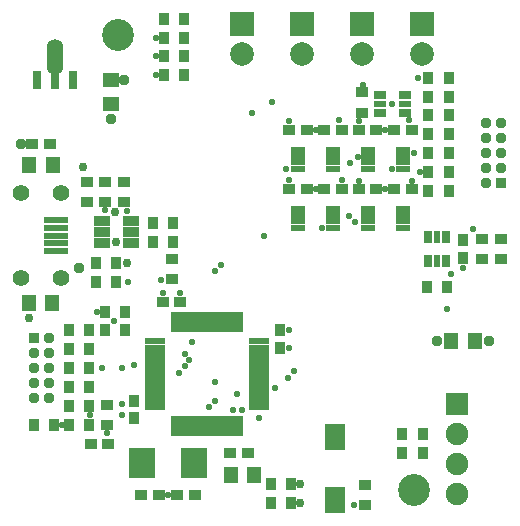
<source format=gbr>
%TF.GenerationSoftware,KiCad,Pcbnew,5.0.0-fee4fd1~65~ubuntu18.04.1*%
%TF.CreationDate,2018-07-28T20:32:54+02:00*%
%TF.ProjectId,blackBoxProbeBig,626C61636B426F7850726F6265426967,rev?*%
%TF.SameCoordinates,Original*%
%TF.FileFunction,Soldermask,Top*%
%TF.FilePolarity,Negative*%
%FSLAX46Y46*%
G04 Gerber Fmt 4.6, Leading zero omitted, Abs format (unit mm)*
G04 Created by KiCad (PCBNEW 5.0.0-fee4fd1~65~ubuntu18.04.1) date Sat Jul 28 20:32:54 2018*
%MOMM*%
%LPD*%
G01*
G04 APERTURE LIST*
%ADD10R,0.950000X1.000000*%
%ADD11R,2.300000X2.600000*%
%ADD12R,0.900000X1.100000*%
%ADD13R,0.600000X1.700000*%
%ADD14R,0.480000X1.700000*%
%ADD15R,1.700000X0.600000*%
%ADD16R,1.700000X0.480000*%
%ADD17C,2.700000*%
%ADD18R,1.200000X1.450000*%
%ADD19R,1.000000X0.950000*%
%ADD20R,1.450000X1.200000*%
%ADD21C,1.400000*%
%ADD22R,2.050000X0.600000*%
%ADD23R,1.900000X1.900000*%
%ADD24O,1.900000X1.900000*%
%ADD25R,1.100000X0.900000*%
%ADD26R,1.797660X2.198980*%
%ADD27R,1.200000X0.600000*%
%ADD28R,1.200000X0.500000*%
%ADD29R,0.680000X1.600000*%
%ADD30O,1.400000X3.050000*%
%ADD31R,2.000000X2.000000*%
%ADD32C,2.000000*%
%ADD33R,0.950000X0.950000*%
%ADD34C,0.950000*%
%ADD35R,1.100000X0.800000*%
%ADD36R,1.100000X0.600000*%
%ADD37R,0.800000X1.100000*%
%ADD38R,0.600000X1.100000*%
%ADD39R,1.400000X0.850000*%
%ADD40C,0.750000*%
%ADD41C,0.555600*%
%ADD42C,0.581000*%
G04 APERTURE END LIST*
D10*
%TO.C,C5*%
X37500000Y-178950000D03*
X37500000Y-180450000D03*
%TD*%
D11*
%TO.C,Y1*%
X25800000Y-190200000D03*
X30200000Y-190200000D03*
%TD*%
D12*
%TO.C,R30*%
X29350000Y-154200000D03*
X27650000Y-154200000D03*
%TD*%
D13*
%TO.C,U3*%
X28490000Y-187125000D03*
D14*
X29050000Y-187125000D03*
X29550000Y-187125000D03*
X30050000Y-187125000D03*
X30550000Y-187125000D03*
X31050000Y-187125000D03*
X31550000Y-187125000D03*
X32050000Y-187125000D03*
X32550000Y-187125000D03*
X33050000Y-187125000D03*
X33550000Y-187125000D03*
D13*
X34110000Y-187125000D03*
D15*
X35725000Y-185510000D03*
D16*
X35725000Y-184950000D03*
X35725000Y-184450000D03*
X35725000Y-183950000D03*
X35725000Y-183450000D03*
X35725000Y-182950000D03*
X35725000Y-182450000D03*
X35725000Y-181950000D03*
X35725000Y-181450000D03*
X35725000Y-180950000D03*
X35725000Y-180450000D03*
D15*
X35725000Y-179890000D03*
D13*
X34110000Y-178275000D03*
D14*
X33550000Y-178275000D03*
X33050000Y-178275000D03*
X32550000Y-178275000D03*
X32050000Y-178275000D03*
X31550000Y-178275000D03*
X31050000Y-178275000D03*
X30550000Y-178275000D03*
X30050000Y-178275000D03*
X29550000Y-178275000D03*
X29050000Y-178275000D03*
D13*
X28490000Y-178275000D03*
D15*
X26875000Y-179890000D03*
D16*
X26875000Y-180450000D03*
X26875000Y-180950000D03*
X26875000Y-181450000D03*
X26875000Y-181950000D03*
X26875000Y-182450000D03*
X26875000Y-182950000D03*
X26875000Y-183450000D03*
X26875000Y-183950000D03*
X26875000Y-184450000D03*
X26875000Y-184950000D03*
D15*
X26875000Y-185510000D03*
%TD*%
D17*
%TO.C,H1*%
X23800000Y-154000000D03*
%TD*%
%TO.C,H2*%
X48800000Y-192500000D03*
%TD*%
D18*
%TO.C,C1*%
X18250000Y-165000000D03*
X16250000Y-165000000D03*
%TD*%
%TO.C,C2*%
X16210000Y-176690000D03*
X18210000Y-176690000D03*
%TD*%
D19*
%TO.C,C3*%
X18000000Y-163200000D03*
X16500000Y-163200000D03*
%TD*%
D20*
%TO.C,C4*%
X23150000Y-157825000D03*
X23150000Y-159825000D03*
%TD*%
D19*
%TO.C,C6*%
X27550000Y-176600000D03*
X29050000Y-176600000D03*
%TD*%
D10*
%TO.C,C7*%
X25100000Y-186450000D03*
X25100000Y-184950000D03*
%TD*%
D19*
%TO.C,C8*%
X34750000Y-189400000D03*
X33250000Y-189400000D03*
%TD*%
D18*
%TO.C,C9*%
X35300000Y-191200000D03*
X33300000Y-191200000D03*
%TD*%
D10*
%TO.C,C11*%
X53000000Y-171350000D03*
X53000000Y-172850000D03*
%TD*%
D19*
%TO.C,C12*%
X25750000Y-192900000D03*
X27250000Y-192900000D03*
%TD*%
%TO.C,C13*%
X30250000Y-192900000D03*
X28750000Y-192900000D03*
%TD*%
D18*
%TO.C,C14*%
X54000000Y-179900000D03*
X52000000Y-179900000D03*
%TD*%
D19*
%TO.C,C15*%
X44150000Y-162000000D03*
X45650000Y-162000000D03*
%TD*%
%TO.C,C16*%
X48650000Y-162000000D03*
X47150000Y-162000000D03*
%TD*%
%TO.C,C17*%
X38250000Y-167000000D03*
X39750000Y-167000000D03*
%TD*%
%TO.C,C18*%
X48650000Y-167000000D03*
X47150000Y-167000000D03*
%TD*%
%TO.C,C19*%
X44150000Y-167000000D03*
X45650000Y-167000000D03*
%TD*%
%TO.C,C20*%
X42750000Y-167000000D03*
X41250000Y-167000000D03*
%TD*%
%TO.C,C21*%
X38250000Y-162000000D03*
X39750000Y-162000000D03*
%TD*%
%TO.C,C22*%
X42750000Y-162000000D03*
X41250000Y-162000000D03*
%TD*%
D21*
%TO.C,J1*%
X18975000Y-167395000D03*
X18975000Y-174545000D03*
X15525000Y-167395000D03*
D22*
X18550000Y-172270000D03*
X18550000Y-171620000D03*
X18550000Y-170970000D03*
X18550000Y-170320000D03*
X18550000Y-169670000D03*
D21*
X15525000Y-174545000D03*
%TD*%
D23*
%TO.C,J4*%
X52450000Y-185260000D03*
D24*
X52450000Y-187800000D03*
X52450000Y-190340000D03*
X52450000Y-192880000D03*
%TD*%
D25*
%TO.C,R1*%
X21100000Y-168150000D03*
X21100000Y-166450000D03*
%TD*%
D12*
%TO.C,R2*%
X23600000Y-173300000D03*
X21900000Y-173300000D03*
%TD*%
%TO.C,R3*%
X21900000Y-174900000D03*
X23600000Y-174900000D03*
%TD*%
%TO.C,R4*%
X36750000Y-192000000D03*
X38450000Y-192000000D03*
%TD*%
%TO.C,R5*%
X36750000Y-193600000D03*
X38450000Y-193600000D03*
%TD*%
D25*
%TO.C,R6*%
X44700000Y-193750000D03*
X44700000Y-192050000D03*
%TD*%
%TO.C,R7*%
X22700000Y-166450000D03*
X22700000Y-168150000D03*
%TD*%
D12*
%TO.C,R8*%
X19650000Y-180600000D03*
X21350000Y-180600000D03*
%TD*%
%TO.C,R9*%
X19650000Y-183800000D03*
X21350000Y-183800000D03*
%TD*%
D25*
%TO.C,R10*%
X56200000Y-171250000D03*
X56200000Y-172950000D03*
%TD*%
%TO.C,R11*%
X54600000Y-172950000D03*
X54600000Y-171250000D03*
%TD*%
%TO.C,R12*%
X24300000Y-166450000D03*
X24300000Y-168150000D03*
%TD*%
D12*
%TO.C,R13*%
X19650000Y-179000000D03*
X21350000Y-179000000D03*
%TD*%
%TO.C,R14*%
X19650000Y-182200000D03*
X21350000Y-182200000D03*
%TD*%
%TO.C,R15*%
X19650000Y-185400000D03*
X21350000Y-185400000D03*
%TD*%
D25*
%TO.C,R16*%
X28300000Y-174650000D03*
X28300000Y-172950000D03*
%TD*%
%TO.C,R17*%
X22800000Y-187050000D03*
X22800000Y-185350000D03*
%TD*%
D12*
%TO.C,R18*%
X19650000Y-187000000D03*
X21350000Y-187000000D03*
%TD*%
%TO.C,R19*%
X18350000Y-187000000D03*
X16650000Y-187000000D03*
%TD*%
%TO.C,R20*%
X51750000Y-159200000D03*
X50050000Y-159200000D03*
%TD*%
%TO.C,R21*%
X51750000Y-165600000D03*
X50050000Y-165600000D03*
%TD*%
%TO.C,R22*%
X51750000Y-162400000D03*
X50050000Y-162400000D03*
%TD*%
D25*
%TO.C,R23*%
X44400000Y-158850000D03*
X44400000Y-160550000D03*
%TD*%
D12*
%TO.C,R24*%
X51750000Y-167200000D03*
X50050000Y-167200000D03*
%TD*%
%TO.C,R25*%
X51750000Y-164000000D03*
X50050000Y-164000000D03*
%TD*%
%TO.C,R26*%
X51750000Y-160800000D03*
X50050000Y-160800000D03*
%TD*%
%TO.C,R28*%
X49950000Y-175300000D03*
X51650000Y-175300000D03*
%TD*%
%TO.C,R29*%
X29350000Y-152600000D03*
X27650000Y-152600000D03*
%TD*%
%TO.C,R31*%
X29350000Y-155800000D03*
X27650000Y-155800000D03*
%TD*%
%TO.C,R32*%
X29350000Y-157400000D03*
X27650000Y-157400000D03*
%TD*%
%TO.C,R33*%
X49550000Y-187800000D03*
X47850000Y-187800000D03*
%TD*%
%TO.C,R35*%
X49550000Y-189400000D03*
X47850000Y-189400000D03*
%TD*%
D26*
%TO.C,S1*%
X42100000Y-193397480D03*
X42100000Y-188002520D03*
%TD*%
D27*
%TO.C,U4*%
X39000000Y-168700000D03*
D28*
X39000000Y-169250000D03*
X39000000Y-169750000D03*
D27*
X39000000Y-170300000D03*
X42000000Y-170300000D03*
D28*
X42000000Y-169750000D03*
X42000000Y-169250000D03*
D27*
X42000000Y-168700000D03*
%TD*%
%TO.C,U5*%
X44900000Y-163700000D03*
D28*
X44900000Y-164250000D03*
X44900000Y-164750000D03*
D27*
X44900000Y-165300000D03*
X47900000Y-165300000D03*
D28*
X47900000Y-164750000D03*
X47900000Y-164250000D03*
D27*
X47900000Y-163700000D03*
%TD*%
%TO.C,U6*%
X44900000Y-168700000D03*
D28*
X44900000Y-169250000D03*
X44900000Y-169750000D03*
D27*
X44900000Y-170300000D03*
X47900000Y-170300000D03*
D28*
X47900000Y-169750000D03*
X47900000Y-169250000D03*
D27*
X47900000Y-168700000D03*
%TD*%
%TO.C,U7*%
X39000000Y-163700000D03*
D28*
X39000000Y-164250000D03*
X39000000Y-164750000D03*
D27*
X39000000Y-165300000D03*
X42000000Y-165300000D03*
D28*
X42000000Y-164750000D03*
X42000000Y-164250000D03*
D27*
X42000000Y-163700000D03*
%TD*%
D29*
%TO.C,U1*%
X16930000Y-157820000D03*
X18430000Y-157820000D03*
X19930000Y-157820000D03*
D30*
X18430000Y-155820000D03*
%TD*%
D31*
%TO.C,D1*%
X34290000Y-153035000D03*
D32*
X34290000Y-155575000D03*
%TD*%
D31*
%TO.C,D2*%
X39370000Y-153035000D03*
D32*
X39370000Y-155575000D03*
%TD*%
D31*
%TO.C,D3*%
X44450000Y-153035000D03*
D32*
X44450000Y-155575000D03*
%TD*%
D31*
%TO.C,D4*%
X49530000Y-153035000D03*
D32*
X49530000Y-155575000D03*
%TD*%
D12*
%TO.C,R27*%
X28450000Y-169900000D03*
X26750000Y-169900000D03*
%TD*%
%TO.C,R34*%
X28450000Y-171500000D03*
X26750000Y-171500000D03*
%TD*%
D33*
%TO.C,J2*%
X16665000Y-179660000D03*
D34*
X17935000Y-179660000D03*
X16665000Y-180930000D03*
X17935000Y-180930000D03*
X16665000Y-182200000D03*
X17935000Y-182200000D03*
X16665000Y-183470000D03*
X17935000Y-183470000D03*
X16665000Y-184740000D03*
X17935000Y-184740000D03*
%TD*%
D33*
%TO.C,J3*%
X56235000Y-166540000D03*
D34*
X54965000Y-166540000D03*
X56235000Y-165270000D03*
X54965000Y-165270000D03*
X56235000Y-164000000D03*
X54965000Y-164000000D03*
X56235000Y-162730000D03*
X54965000Y-162730000D03*
X56235000Y-161460000D03*
X54965000Y-161460000D03*
%TD*%
D19*
%TO.C,C10*%
X22950000Y-188600000D03*
X21450000Y-188600000D03*
%TD*%
D35*
%TO.C,Q1*%
X48050000Y-159050000D03*
D36*
X48050000Y-159800000D03*
D35*
X48050000Y-160550000D03*
X45950000Y-159050000D03*
D36*
X45950000Y-159800000D03*
D35*
X45950000Y-160550000D03*
%TD*%
D37*
%TO.C,Q2*%
X51550000Y-173150000D03*
D38*
X50800000Y-173150000D03*
D37*
X50050000Y-173150000D03*
X51550000Y-171050000D03*
D38*
X50800000Y-171050000D03*
D37*
X50050000Y-171050000D03*
%TD*%
D12*
%TO.C,R36*%
X51750000Y-157600000D03*
X50050000Y-157600000D03*
%TD*%
%TO.C,R37*%
X22650000Y-177400000D03*
X24350000Y-177400000D03*
%TD*%
%TO.C,R38*%
X24350000Y-179000000D03*
X22650000Y-179000000D03*
%TD*%
D39*
%TO.C,U2*%
X22450000Y-169700000D03*
X22450000Y-170650000D03*
X22450000Y-171600000D03*
X24850000Y-171600000D03*
X24850000Y-169700000D03*
X24850000Y-170650000D03*
%TD*%
D40*
X23500000Y-169000000D03*
X20800000Y-165200000D03*
X24500000Y-173300000D03*
D41*
X38250000Y-180450000D03*
X24600000Y-174900000D03*
D42*
X47000000Y-159800000D03*
D34*
X50800000Y-179900000D03*
D41*
X53800000Y-170400000D03*
X46400000Y-162000000D03*
X40500000Y-167000000D03*
X46400000Y-167000000D03*
X40500000Y-162000000D03*
X22800000Y-187700000D03*
X28000000Y-192900000D03*
X24500000Y-168900000D03*
D40*
X39200000Y-193600000D03*
D41*
X29050000Y-175850000D03*
D40*
X23600000Y-171500000D03*
D42*
X24100000Y-185200000D03*
D34*
X15550000Y-163200000D03*
X23150000Y-161100000D03*
D40*
X16210000Y-177935000D03*
D34*
X20500000Y-173750000D03*
D41*
X23400000Y-178200000D03*
X38000000Y-165300000D03*
X38250000Y-178950000D03*
X52000000Y-174200000D03*
X47000000Y-165300000D03*
X44500000Y-158200000D03*
D42*
X44150000Y-166350000D03*
D34*
X55200000Y-179900000D03*
D41*
X38250000Y-161250000D03*
X38250000Y-166250000D03*
X44150000Y-161250000D03*
X19000000Y-187000000D03*
D34*
X24300000Y-157800000D03*
D41*
X25100000Y-181900000D03*
X43750000Y-193750000D03*
D40*
X39200000Y-192000000D03*
D41*
X27550000Y-175850000D03*
D42*
X24100000Y-186200000D03*
D41*
X22000000Y-177400000D03*
X41000000Y-170300000D03*
X53000000Y-173700000D03*
X38200000Y-183000000D03*
D42*
X36800000Y-159700000D03*
D41*
X34300000Y-185700000D03*
D42*
X35100000Y-160600000D03*
D41*
X32000000Y-183400000D03*
X51600000Y-177200000D03*
X38700000Y-182400000D03*
X28900000Y-182600000D03*
X22700000Y-168800000D03*
X22400000Y-182200000D03*
X24100000Y-182200000D03*
X21400000Y-186200000D03*
X31500000Y-185500000D03*
X30000000Y-180000000D03*
X27400000Y-174700000D03*
D42*
X49300000Y-165600000D03*
X48800000Y-164000000D03*
D41*
X27000000Y-154200000D03*
X29400000Y-182000000D03*
X27000000Y-155800000D03*
X29800000Y-181500000D03*
X27000000Y-157400000D03*
X29400000Y-181000000D03*
X33500000Y-185700000D03*
X32500000Y-173500000D03*
X32000000Y-185000000D03*
X32000000Y-174000000D03*
D42*
X44100000Y-164300000D03*
X33800000Y-184400000D03*
X43300000Y-169300000D03*
X37100000Y-183900000D03*
D41*
X36100000Y-171000000D03*
X43800000Y-169800000D03*
D42*
X43400000Y-164800000D03*
X35700000Y-186400000D03*
X48650000Y-166350000D03*
D41*
X42500000Y-161200000D03*
X48400000Y-161200000D03*
X42750000Y-166250000D03*
X49200000Y-157600000D03*
M02*

</source>
